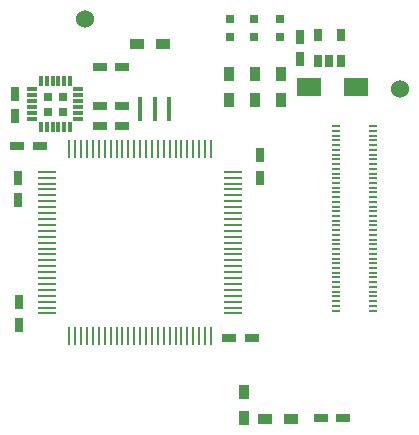
<source format=gtp>
G04 #@! TF.FileFunction,Paste,Top*
%FSLAX46Y46*%
G04 Gerber Fmt 4.6, Leading zero omitted, Abs format (unit mm)*
G04 Created by KiCad (PCBNEW 4.0.1-stable) date Sunday, January 31, 2016 'PMt' 10:38:10 PM*
%MOMM*%
G01*
G04 APERTURE LIST*
%ADD10C,0.100000*%
%ADD11R,0.280000X1.500000*%
%ADD12R,1.500000X0.280000*%
%ADD13R,1.200000X0.750000*%
%ADD14R,0.750000X1.200000*%
%ADD15R,0.797560X0.797560*%
%ADD16R,0.900000X1.200000*%
%ADD17R,1.200000X0.900000*%
%ADD18R,0.700000X0.200000*%
%ADD19R,0.650000X1.060000*%
%ADD20R,2.000000X1.600000*%
%ADD21C,1.524000*%
%ADD22R,0.400000X2.100000*%
%ADD23R,0.850000X0.300000*%
%ADD24R,0.300000X0.850000*%
%ADD25R,0.780000X0.780000*%
G04 APERTURE END LIST*
D10*
D11*
X147500000Y-102150000D03*
X147000000Y-102150000D03*
X146500000Y-102150000D03*
X146000000Y-102150000D03*
X145500000Y-102150000D03*
X145000000Y-102150000D03*
X144500000Y-102150000D03*
X144000000Y-102150000D03*
X143500000Y-102150000D03*
X143000000Y-102150000D03*
X142500000Y-102150000D03*
X142000000Y-102150000D03*
X141500000Y-102150000D03*
X141000000Y-102150000D03*
X140500000Y-102150000D03*
X140000000Y-102150000D03*
X139500000Y-102150000D03*
X139000000Y-102150000D03*
X138500000Y-102150000D03*
X138000000Y-102150000D03*
X137500000Y-102150000D03*
X137000000Y-102150000D03*
X136500000Y-102150000D03*
X136000000Y-102150000D03*
X135500000Y-102150000D03*
D12*
X133600000Y-104050000D03*
X133600000Y-104550000D03*
X133600000Y-105050000D03*
X133600000Y-105550000D03*
X133600000Y-106050000D03*
X133600000Y-106550000D03*
X133600000Y-107050000D03*
X133600000Y-107550000D03*
X133600000Y-108050000D03*
X133600000Y-108550000D03*
X133600000Y-109050000D03*
X133600000Y-109550000D03*
X133600000Y-110050000D03*
X133600000Y-110550000D03*
X133600000Y-111050000D03*
X133600000Y-111550000D03*
X133600000Y-112050000D03*
X133600000Y-112550000D03*
X133600000Y-113050000D03*
X133600000Y-113550000D03*
X133600000Y-114050000D03*
X133600000Y-114550000D03*
X133600000Y-115050000D03*
X133600000Y-115550000D03*
X133600000Y-116050000D03*
D11*
X135500000Y-117950000D03*
X136000000Y-117950000D03*
X136500000Y-117950000D03*
X137000000Y-117950000D03*
X137500000Y-117950000D03*
X138000000Y-117950000D03*
X138500000Y-117950000D03*
X139000000Y-117950000D03*
X139500000Y-117950000D03*
X140000000Y-117950000D03*
X140500000Y-117950000D03*
X141000000Y-117950000D03*
X141500000Y-117950000D03*
X142000000Y-117950000D03*
X142500000Y-117950000D03*
X143000000Y-117950000D03*
X143500000Y-117950000D03*
X144000000Y-117950000D03*
X144500000Y-117950000D03*
X145000000Y-117950000D03*
X145500000Y-117950000D03*
X146000000Y-117950000D03*
X146500000Y-117950000D03*
X147000000Y-117950000D03*
X147500000Y-117950000D03*
D12*
X149400000Y-116050000D03*
X149400000Y-115550000D03*
X149400000Y-115050000D03*
X149400000Y-114550000D03*
X149400000Y-114050000D03*
X149400000Y-113550000D03*
X149400000Y-113050000D03*
X149400000Y-112550000D03*
X149400000Y-112050000D03*
X149400000Y-111550000D03*
X149400000Y-111050000D03*
X149400000Y-110550000D03*
X149400000Y-110050000D03*
X149400000Y-109550000D03*
X149400000Y-109050000D03*
X149400000Y-108550000D03*
X149400000Y-108050000D03*
X149400000Y-107550000D03*
X149400000Y-107050000D03*
X149400000Y-106550000D03*
X149400000Y-106050000D03*
X149400000Y-105550000D03*
X149400000Y-105050000D03*
X149400000Y-104550000D03*
X149400000Y-104050000D03*
D13*
X139960000Y-100150000D03*
X138060000Y-100150000D03*
D14*
X151610000Y-104560000D03*
X151610000Y-102660000D03*
X131200000Y-104550000D03*
X131200000Y-106450000D03*
X131250000Y-117000000D03*
X131250000Y-115100000D03*
D13*
X149060000Y-118140000D03*
X150960000Y-118140000D03*
D14*
X155070000Y-92640000D03*
X155070000Y-94540000D03*
D15*
X153300000Y-91100000D03*
X153300000Y-92598600D03*
X151150000Y-91100000D03*
X151150000Y-92598600D03*
X149100000Y-91100000D03*
X149100000Y-92598600D03*
D16*
X153450000Y-98000000D03*
X153450000Y-95800000D03*
X151250000Y-98000000D03*
X151250000Y-95800000D03*
X149050000Y-98000000D03*
X149050000Y-95800000D03*
D17*
X141250000Y-93200000D03*
X143450000Y-93200000D03*
D13*
X156780000Y-124900000D03*
X158680000Y-124900000D03*
D18*
X161190000Y-100200000D03*
X161190000Y-100600000D03*
X161190000Y-101000000D03*
X161190000Y-101400000D03*
X161190000Y-101800000D03*
X161190000Y-102200000D03*
X161190000Y-102600000D03*
X161190000Y-103000000D03*
X161190000Y-103400000D03*
X161190000Y-103800000D03*
X161190000Y-107800000D03*
X161190000Y-107400000D03*
X161190000Y-107000000D03*
X161190000Y-106600000D03*
X161190000Y-106200000D03*
X161190000Y-105800000D03*
X161190000Y-105400000D03*
X161190000Y-105000000D03*
X161190000Y-104600000D03*
X161190000Y-104200000D03*
X161190000Y-108200000D03*
X161190000Y-108600000D03*
X161190000Y-109000000D03*
X161190000Y-109400000D03*
X161190000Y-109800000D03*
X161190000Y-110200000D03*
X161190000Y-110600000D03*
X161190000Y-111000000D03*
X161190000Y-111400000D03*
X161190000Y-111800000D03*
X161190000Y-115800000D03*
X161190000Y-115400000D03*
X161190000Y-115000000D03*
X161190000Y-114600000D03*
X161190000Y-114200000D03*
X161190000Y-113800000D03*
X161190000Y-113400000D03*
X161190000Y-113000000D03*
X161190000Y-112600000D03*
X161190000Y-112200000D03*
X158110000Y-112200000D03*
X158110000Y-112600000D03*
X158110000Y-113000000D03*
X158110000Y-113400000D03*
X158110000Y-113800000D03*
X158110000Y-114200000D03*
X158110000Y-114600000D03*
X158110000Y-115000000D03*
X158110000Y-115400000D03*
X158110000Y-115800000D03*
X158110000Y-111800000D03*
X158110000Y-111400000D03*
X158110000Y-111000000D03*
X158110000Y-110600000D03*
X158110000Y-110200000D03*
X158110000Y-109800000D03*
X158110000Y-109400000D03*
X158110000Y-109000000D03*
X158110000Y-108600000D03*
X158110000Y-108200000D03*
X158110000Y-104200000D03*
X158110000Y-104600000D03*
X158110000Y-105000000D03*
X158110000Y-105400000D03*
X158110000Y-105800000D03*
X158110000Y-106200000D03*
X158110000Y-106600000D03*
X158110000Y-107000000D03*
X158110000Y-107400000D03*
X158110000Y-107800000D03*
X158110000Y-103800000D03*
X158110000Y-103400000D03*
X158110000Y-103000000D03*
X158110000Y-102600000D03*
X158110000Y-102200000D03*
X158110000Y-101800000D03*
X158110000Y-101400000D03*
X158110000Y-101000000D03*
X158110000Y-100600000D03*
X158110000Y-100200000D03*
D16*
X150320000Y-122660000D03*
X150320000Y-124860000D03*
D17*
X154290000Y-124960000D03*
X152090000Y-124960000D03*
D19*
X156580000Y-94660000D03*
X157530000Y-94660000D03*
X158480000Y-94660000D03*
X158480000Y-92460000D03*
X156580000Y-92460000D03*
D20*
X159800000Y-96900000D03*
X155800000Y-96900000D03*
D13*
X139960000Y-98510000D03*
X138060000Y-98510000D03*
D21*
X136860000Y-91140000D03*
X163525200Y-97078800D03*
D13*
X131080000Y-101910000D03*
X132980000Y-101910000D03*
X138070000Y-95160000D03*
X139970000Y-95160000D03*
D14*
X130920000Y-97450000D03*
X130920000Y-99350000D03*
D22*
X143920000Y-98710000D03*
X141520000Y-98710000D03*
X142720000Y-98710000D03*
D23*
X136280000Y-99580000D03*
X136280000Y-99080000D03*
X136280000Y-98580000D03*
X136280000Y-98080000D03*
X136280000Y-97580000D03*
X136280000Y-97080000D03*
D24*
X135580000Y-96380000D03*
X135080000Y-96380000D03*
X134580000Y-96380000D03*
X134080000Y-96380000D03*
X133580000Y-96380000D03*
X133080000Y-96380000D03*
D23*
X132380000Y-97080000D03*
X132380000Y-97580000D03*
X132380000Y-98080000D03*
X132380000Y-98580000D03*
X132380000Y-99080000D03*
X132380000Y-99580000D03*
D24*
X133080000Y-100280000D03*
X133580000Y-100280000D03*
X134080000Y-100280000D03*
X134580000Y-100280000D03*
X135080000Y-100280000D03*
X135580000Y-100280000D03*
D25*
X133680000Y-97680000D03*
X133680000Y-98980000D03*
X134980000Y-97680000D03*
X134980000Y-98980000D03*
M02*

</source>
